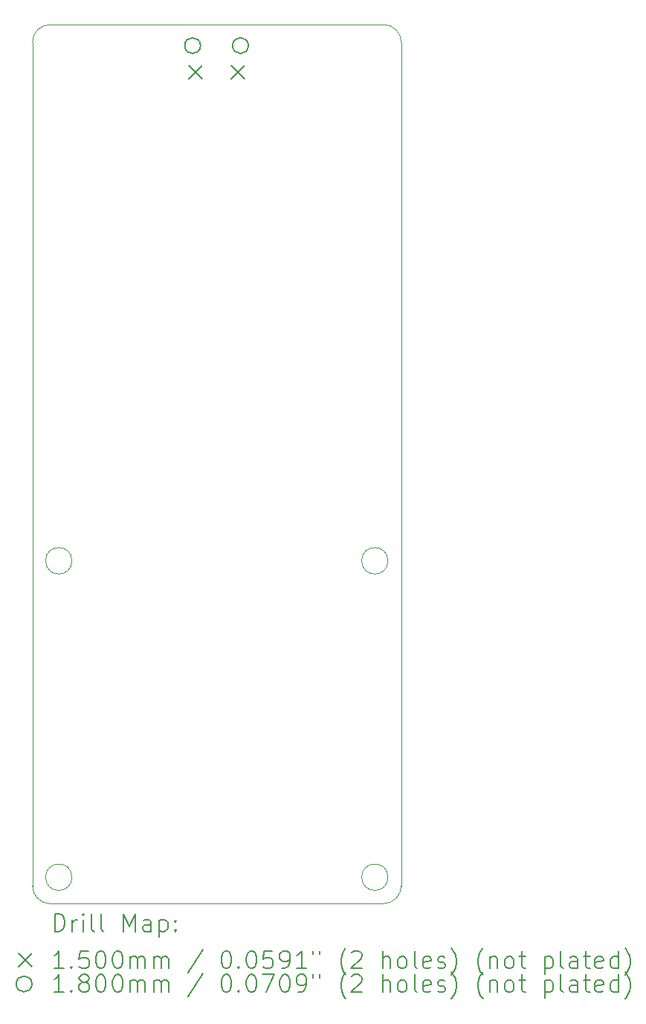
<source format=gbr>
%TF.GenerationSoftware,KiCad,Pcbnew,7.0.6-1.fc38*%
%TF.CreationDate,2023-07-24T16:31:10-04:00*%
%TF.ProjectId,driver-pcb,64726976-6572-42d7-9063-622e6b696361,rev?*%
%TF.SameCoordinates,Original*%
%TF.FileFunction,Drillmap*%
%TF.FilePolarity,Positive*%
%FSLAX45Y45*%
G04 Gerber Fmt 4.5, Leading zero omitted, Abs format (unit mm)*
G04 Created by KiCad (PCBNEW 7.0.6-1.fc38) date 2023-07-24 16:31:10*
%MOMM*%
%LPD*%
G01*
G04 APERTURE LIST*
%ADD10C,0.100000*%
%ADD11C,0.200000*%
%ADD12C,0.150000*%
%ADD13C,0.180000*%
G04 APERTURE END LIST*
D10*
X16000000Y-14600000D02*
G75*
G03*
X16200000Y-14400000I0J200000D01*
G01*
X12000000Y-14400000D02*
G75*
G03*
X12200000Y-14600000I200000J0D01*
G01*
X12200000Y-4600000D02*
G75*
G03*
X12000000Y-4800000I0J-200000D01*
G01*
X16200000Y-4800000D02*
G75*
G03*
X16000000Y-4600000I-200000J0D01*
G01*
X12200000Y-4600000D02*
X16000000Y-4600000D01*
X12000000Y-14400000D02*
X12000000Y-4800000D01*
X16000000Y-14600000D02*
X12200000Y-14600000D01*
X16200000Y-4800000D02*
X16200000Y-14400000D01*
X12450000Y-14300000D02*
G75*
G03*
X12450000Y-14300000I-150000J0D01*
G01*
X16050000Y-14300000D02*
G75*
G03*
X16050000Y-14300000I-150000J0D01*
G01*
X16050000Y-10700000D02*
G75*
G03*
X16050000Y-10700000I-150000J0D01*
G01*
X12450000Y-10700000D02*
G75*
G03*
X12450000Y-10700000I-150000J0D01*
G01*
D11*
D12*
X13779500Y-5067000D02*
X13929500Y-5217000D01*
X13929500Y-5067000D02*
X13779500Y-5217000D01*
X14264500Y-5067000D02*
X14414500Y-5217000D01*
X14414500Y-5067000D02*
X14264500Y-5217000D01*
D13*
X13914500Y-4839000D02*
G75*
G03*
X13914500Y-4839000I-90000J0D01*
G01*
X14459500Y-4839000D02*
G75*
G03*
X14459500Y-4839000I-90000J0D01*
G01*
D11*
X12255777Y-14916484D02*
X12255777Y-14716484D01*
X12255777Y-14716484D02*
X12303396Y-14716484D01*
X12303396Y-14716484D02*
X12331967Y-14726008D01*
X12331967Y-14726008D02*
X12351015Y-14745055D01*
X12351015Y-14745055D02*
X12360539Y-14764103D01*
X12360539Y-14764103D02*
X12370062Y-14802198D01*
X12370062Y-14802198D02*
X12370062Y-14830769D01*
X12370062Y-14830769D02*
X12360539Y-14868865D01*
X12360539Y-14868865D02*
X12351015Y-14887912D01*
X12351015Y-14887912D02*
X12331967Y-14906960D01*
X12331967Y-14906960D02*
X12303396Y-14916484D01*
X12303396Y-14916484D02*
X12255777Y-14916484D01*
X12455777Y-14916484D02*
X12455777Y-14783150D01*
X12455777Y-14821246D02*
X12465301Y-14802198D01*
X12465301Y-14802198D02*
X12474824Y-14792674D01*
X12474824Y-14792674D02*
X12493872Y-14783150D01*
X12493872Y-14783150D02*
X12512920Y-14783150D01*
X12579586Y-14916484D02*
X12579586Y-14783150D01*
X12579586Y-14716484D02*
X12570062Y-14726008D01*
X12570062Y-14726008D02*
X12579586Y-14735531D01*
X12579586Y-14735531D02*
X12589110Y-14726008D01*
X12589110Y-14726008D02*
X12579586Y-14716484D01*
X12579586Y-14716484D02*
X12579586Y-14735531D01*
X12703396Y-14916484D02*
X12684348Y-14906960D01*
X12684348Y-14906960D02*
X12674824Y-14887912D01*
X12674824Y-14887912D02*
X12674824Y-14716484D01*
X12808158Y-14916484D02*
X12789110Y-14906960D01*
X12789110Y-14906960D02*
X12779586Y-14887912D01*
X12779586Y-14887912D02*
X12779586Y-14716484D01*
X13036729Y-14916484D02*
X13036729Y-14716484D01*
X13036729Y-14716484D02*
X13103396Y-14859341D01*
X13103396Y-14859341D02*
X13170062Y-14716484D01*
X13170062Y-14716484D02*
X13170062Y-14916484D01*
X13351015Y-14916484D02*
X13351015Y-14811722D01*
X13351015Y-14811722D02*
X13341491Y-14792674D01*
X13341491Y-14792674D02*
X13322443Y-14783150D01*
X13322443Y-14783150D02*
X13284348Y-14783150D01*
X13284348Y-14783150D02*
X13265301Y-14792674D01*
X13351015Y-14906960D02*
X13331967Y-14916484D01*
X13331967Y-14916484D02*
X13284348Y-14916484D01*
X13284348Y-14916484D02*
X13265301Y-14906960D01*
X13265301Y-14906960D02*
X13255777Y-14887912D01*
X13255777Y-14887912D02*
X13255777Y-14868865D01*
X13255777Y-14868865D02*
X13265301Y-14849817D01*
X13265301Y-14849817D02*
X13284348Y-14840293D01*
X13284348Y-14840293D02*
X13331967Y-14840293D01*
X13331967Y-14840293D02*
X13351015Y-14830769D01*
X13446253Y-14783150D02*
X13446253Y-14983150D01*
X13446253Y-14792674D02*
X13465301Y-14783150D01*
X13465301Y-14783150D02*
X13503396Y-14783150D01*
X13503396Y-14783150D02*
X13522443Y-14792674D01*
X13522443Y-14792674D02*
X13531967Y-14802198D01*
X13531967Y-14802198D02*
X13541491Y-14821246D01*
X13541491Y-14821246D02*
X13541491Y-14878388D01*
X13541491Y-14878388D02*
X13531967Y-14897436D01*
X13531967Y-14897436D02*
X13522443Y-14906960D01*
X13522443Y-14906960D02*
X13503396Y-14916484D01*
X13503396Y-14916484D02*
X13465301Y-14916484D01*
X13465301Y-14916484D02*
X13446253Y-14906960D01*
X13627205Y-14897436D02*
X13636729Y-14906960D01*
X13636729Y-14906960D02*
X13627205Y-14916484D01*
X13627205Y-14916484D02*
X13617682Y-14906960D01*
X13617682Y-14906960D02*
X13627205Y-14897436D01*
X13627205Y-14897436D02*
X13627205Y-14916484D01*
X13627205Y-14792674D02*
X13636729Y-14802198D01*
X13636729Y-14802198D02*
X13627205Y-14811722D01*
X13627205Y-14811722D02*
X13617682Y-14802198D01*
X13617682Y-14802198D02*
X13627205Y-14792674D01*
X13627205Y-14792674D02*
X13627205Y-14811722D01*
D12*
X11845000Y-15170000D02*
X11995000Y-15320000D01*
X11995000Y-15170000D02*
X11845000Y-15320000D01*
D11*
X12360539Y-15336484D02*
X12246253Y-15336484D01*
X12303396Y-15336484D02*
X12303396Y-15136484D01*
X12303396Y-15136484D02*
X12284348Y-15165055D01*
X12284348Y-15165055D02*
X12265301Y-15184103D01*
X12265301Y-15184103D02*
X12246253Y-15193627D01*
X12446253Y-15317436D02*
X12455777Y-15326960D01*
X12455777Y-15326960D02*
X12446253Y-15336484D01*
X12446253Y-15336484D02*
X12436729Y-15326960D01*
X12436729Y-15326960D02*
X12446253Y-15317436D01*
X12446253Y-15317436D02*
X12446253Y-15336484D01*
X12636729Y-15136484D02*
X12541491Y-15136484D01*
X12541491Y-15136484D02*
X12531967Y-15231722D01*
X12531967Y-15231722D02*
X12541491Y-15222198D01*
X12541491Y-15222198D02*
X12560539Y-15212674D01*
X12560539Y-15212674D02*
X12608158Y-15212674D01*
X12608158Y-15212674D02*
X12627205Y-15222198D01*
X12627205Y-15222198D02*
X12636729Y-15231722D01*
X12636729Y-15231722D02*
X12646253Y-15250769D01*
X12646253Y-15250769D02*
X12646253Y-15298388D01*
X12646253Y-15298388D02*
X12636729Y-15317436D01*
X12636729Y-15317436D02*
X12627205Y-15326960D01*
X12627205Y-15326960D02*
X12608158Y-15336484D01*
X12608158Y-15336484D02*
X12560539Y-15336484D01*
X12560539Y-15336484D02*
X12541491Y-15326960D01*
X12541491Y-15326960D02*
X12531967Y-15317436D01*
X12770062Y-15136484D02*
X12789110Y-15136484D01*
X12789110Y-15136484D02*
X12808158Y-15146008D01*
X12808158Y-15146008D02*
X12817682Y-15155531D01*
X12817682Y-15155531D02*
X12827205Y-15174579D01*
X12827205Y-15174579D02*
X12836729Y-15212674D01*
X12836729Y-15212674D02*
X12836729Y-15260293D01*
X12836729Y-15260293D02*
X12827205Y-15298388D01*
X12827205Y-15298388D02*
X12817682Y-15317436D01*
X12817682Y-15317436D02*
X12808158Y-15326960D01*
X12808158Y-15326960D02*
X12789110Y-15336484D01*
X12789110Y-15336484D02*
X12770062Y-15336484D01*
X12770062Y-15336484D02*
X12751015Y-15326960D01*
X12751015Y-15326960D02*
X12741491Y-15317436D01*
X12741491Y-15317436D02*
X12731967Y-15298388D01*
X12731967Y-15298388D02*
X12722443Y-15260293D01*
X12722443Y-15260293D02*
X12722443Y-15212674D01*
X12722443Y-15212674D02*
X12731967Y-15174579D01*
X12731967Y-15174579D02*
X12741491Y-15155531D01*
X12741491Y-15155531D02*
X12751015Y-15146008D01*
X12751015Y-15146008D02*
X12770062Y-15136484D01*
X12960539Y-15136484D02*
X12979586Y-15136484D01*
X12979586Y-15136484D02*
X12998634Y-15146008D01*
X12998634Y-15146008D02*
X13008158Y-15155531D01*
X13008158Y-15155531D02*
X13017682Y-15174579D01*
X13017682Y-15174579D02*
X13027205Y-15212674D01*
X13027205Y-15212674D02*
X13027205Y-15260293D01*
X13027205Y-15260293D02*
X13017682Y-15298388D01*
X13017682Y-15298388D02*
X13008158Y-15317436D01*
X13008158Y-15317436D02*
X12998634Y-15326960D01*
X12998634Y-15326960D02*
X12979586Y-15336484D01*
X12979586Y-15336484D02*
X12960539Y-15336484D01*
X12960539Y-15336484D02*
X12941491Y-15326960D01*
X12941491Y-15326960D02*
X12931967Y-15317436D01*
X12931967Y-15317436D02*
X12922443Y-15298388D01*
X12922443Y-15298388D02*
X12912920Y-15260293D01*
X12912920Y-15260293D02*
X12912920Y-15212674D01*
X12912920Y-15212674D02*
X12922443Y-15174579D01*
X12922443Y-15174579D02*
X12931967Y-15155531D01*
X12931967Y-15155531D02*
X12941491Y-15146008D01*
X12941491Y-15146008D02*
X12960539Y-15136484D01*
X13112920Y-15336484D02*
X13112920Y-15203150D01*
X13112920Y-15222198D02*
X13122443Y-15212674D01*
X13122443Y-15212674D02*
X13141491Y-15203150D01*
X13141491Y-15203150D02*
X13170063Y-15203150D01*
X13170063Y-15203150D02*
X13189110Y-15212674D01*
X13189110Y-15212674D02*
X13198634Y-15231722D01*
X13198634Y-15231722D02*
X13198634Y-15336484D01*
X13198634Y-15231722D02*
X13208158Y-15212674D01*
X13208158Y-15212674D02*
X13227205Y-15203150D01*
X13227205Y-15203150D02*
X13255777Y-15203150D01*
X13255777Y-15203150D02*
X13274824Y-15212674D01*
X13274824Y-15212674D02*
X13284348Y-15231722D01*
X13284348Y-15231722D02*
X13284348Y-15336484D01*
X13379586Y-15336484D02*
X13379586Y-15203150D01*
X13379586Y-15222198D02*
X13389110Y-15212674D01*
X13389110Y-15212674D02*
X13408158Y-15203150D01*
X13408158Y-15203150D02*
X13436729Y-15203150D01*
X13436729Y-15203150D02*
X13455777Y-15212674D01*
X13455777Y-15212674D02*
X13465301Y-15231722D01*
X13465301Y-15231722D02*
X13465301Y-15336484D01*
X13465301Y-15231722D02*
X13474824Y-15212674D01*
X13474824Y-15212674D02*
X13493872Y-15203150D01*
X13493872Y-15203150D02*
X13522443Y-15203150D01*
X13522443Y-15203150D02*
X13541491Y-15212674D01*
X13541491Y-15212674D02*
X13551015Y-15231722D01*
X13551015Y-15231722D02*
X13551015Y-15336484D01*
X13941491Y-15126960D02*
X13770063Y-15384103D01*
X14198634Y-15136484D02*
X14217682Y-15136484D01*
X14217682Y-15136484D02*
X14236729Y-15146008D01*
X14236729Y-15146008D02*
X14246253Y-15155531D01*
X14246253Y-15155531D02*
X14255777Y-15174579D01*
X14255777Y-15174579D02*
X14265301Y-15212674D01*
X14265301Y-15212674D02*
X14265301Y-15260293D01*
X14265301Y-15260293D02*
X14255777Y-15298388D01*
X14255777Y-15298388D02*
X14246253Y-15317436D01*
X14246253Y-15317436D02*
X14236729Y-15326960D01*
X14236729Y-15326960D02*
X14217682Y-15336484D01*
X14217682Y-15336484D02*
X14198634Y-15336484D01*
X14198634Y-15336484D02*
X14179586Y-15326960D01*
X14179586Y-15326960D02*
X14170063Y-15317436D01*
X14170063Y-15317436D02*
X14160539Y-15298388D01*
X14160539Y-15298388D02*
X14151015Y-15260293D01*
X14151015Y-15260293D02*
X14151015Y-15212674D01*
X14151015Y-15212674D02*
X14160539Y-15174579D01*
X14160539Y-15174579D02*
X14170063Y-15155531D01*
X14170063Y-15155531D02*
X14179586Y-15146008D01*
X14179586Y-15146008D02*
X14198634Y-15136484D01*
X14351015Y-15317436D02*
X14360539Y-15326960D01*
X14360539Y-15326960D02*
X14351015Y-15336484D01*
X14351015Y-15336484D02*
X14341491Y-15326960D01*
X14341491Y-15326960D02*
X14351015Y-15317436D01*
X14351015Y-15317436D02*
X14351015Y-15336484D01*
X14484348Y-15136484D02*
X14503396Y-15136484D01*
X14503396Y-15136484D02*
X14522444Y-15146008D01*
X14522444Y-15146008D02*
X14531967Y-15155531D01*
X14531967Y-15155531D02*
X14541491Y-15174579D01*
X14541491Y-15174579D02*
X14551015Y-15212674D01*
X14551015Y-15212674D02*
X14551015Y-15260293D01*
X14551015Y-15260293D02*
X14541491Y-15298388D01*
X14541491Y-15298388D02*
X14531967Y-15317436D01*
X14531967Y-15317436D02*
X14522444Y-15326960D01*
X14522444Y-15326960D02*
X14503396Y-15336484D01*
X14503396Y-15336484D02*
X14484348Y-15336484D01*
X14484348Y-15336484D02*
X14465301Y-15326960D01*
X14465301Y-15326960D02*
X14455777Y-15317436D01*
X14455777Y-15317436D02*
X14446253Y-15298388D01*
X14446253Y-15298388D02*
X14436729Y-15260293D01*
X14436729Y-15260293D02*
X14436729Y-15212674D01*
X14436729Y-15212674D02*
X14446253Y-15174579D01*
X14446253Y-15174579D02*
X14455777Y-15155531D01*
X14455777Y-15155531D02*
X14465301Y-15146008D01*
X14465301Y-15146008D02*
X14484348Y-15136484D01*
X14731967Y-15136484D02*
X14636729Y-15136484D01*
X14636729Y-15136484D02*
X14627206Y-15231722D01*
X14627206Y-15231722D02*
X14636729Y-15222198D01*
X14636729Y-15222198D02*
X14655777Y-15212674D01*
X14655777Y-15212674D02*
X14703396Y-15212674D01*
X14703396Y-15212674D02*
X14722444Y-15222198D01*
X14722444Y-15222198D02*
X14731967Y-15231722D01*
X14731967Y-15231722D02*
X14741491Y-15250769D01*
X14741491Y-15250769D02*
X14741491Y-15298388D01*
X14741491Y-15298388D02*
X14731967Y-15317436D01*
X14731967Y-15317436D02*
X14722444Y-15326960D01*
X14722444Y-15326960D02*
X14703396Y-15336484D01*
X14703396Y-15336484D02*
X14655777Y-15336484D01*
X14655777Y-15336484D02*
X14636729Y-15326960D01*
X14636729Y-15326960D02*
X14627206Y-15317436D01*
X14836729Y-15336484D02*
X14874825Y-15336484D01*
X14874825Y-15336484D02*
X14893872Y-15326960D01*
X14893872Y-15326960D02*
X14903396Y-15317436D01*
X14903396Y-15317436D02*
X14922444Y-15288865D01*
X14922444Y-15288865D02*
X14931967Y-15250769D01*
X14931967Y-15250769D02*
X14931967Y-15174579D01*
X14931967Y-15174579D02*
X14922444Y-15155531D01*
X14922444Y-15155531D02*
X14912920Y-15146008D01*
X14912920Y-15146008D02*
X14893872Y-15136484D01*
X14893872Y-15136484D02*
X14855777Y-15136484D01*
X14855777Y-15136484D02*
X14836729Y-15146008D01*
X14836729Y-15146008D02*
X14827206Y-15155531D01*
X14827206Y-15155531D02*
X14817682Y-15174579D01*
X14817682Y-15174579D02*
X14817682Y-15222198D01*
X14817682Y-15222198D02*
X14827206Y-15241246D01*
X14827206Y-15241246D02*
X14836729Y-15250769D01*
X14836729Y-15250769D02*
X14855777Y-15260293D01*
X14855777Y-15260293D02*
X14893872Y-15260293D01*
X14893872Y-15260293D02*
X14912920Y-15250769D01*
X14912920Y-15250769D02*
X14922444Y-15241246D01*
X14922444Y-15241246D02*
X14931967Y-15222198D01*
X15122444Y-15336484D02*
X15008158Y-15336484D01*
X15065301Y-15336484D02*
X15065301Y-15136484D01*
X15065301Y-15136484D02*
X15046253Y-15165055D01*
X15046253Y-15165055D02*
X15027206Y-15184103D01*
X15027206Y-15184103D02*
X15008158Y-15193627D01*
X15198634Y-15136484D02*
X15198634Y-15174579D01*
X15274825Y-15136484D02*
X15274825Y-15174579D01*
X15570063Y-15412674D02*
X15560539Y-15403150D01*
X15560539Y-15403150D02*
X15541491Y-15374579D01*
X15541491Y-15374579D02*
X15531968Y-15355531D01*
X15531968Y-15355531D02*
X15522444Y-15326960D01*
X15522444Y-15326960D02*
X15512920Y-15279341D01*
X15512920Y-15279341D02*
X15512920Y-15241246D01*
X15512920Y-15241246D02*
X15522444Y-15193627D01*
X15522444Y-15193627D02*
X15531968Y-15165055D01*
X15531968Y-15165055D02*
X15541491Y-15146008D01*
X15541491Y-15146008D02*
X15560539Y-15117436D01*
X15560539Y-15117436D02*
X15570063Y-15107912D01*
X15636729Y-15155531D02*
X15646253Y-15146008D01*
X15646253Y-15146008D02*
X15665301Y-15136484D01*
X15665301Y-15136484D02*
X15712920Y-15136484D01*
X15712920Y-15136484D02*
X15731968Y-15146008D01*
X15731968Y-15146008D02*
X15741491Y-15155531D01*
X15741491Y-15155531D02*
X15751015Y-15174579D01*
X15751015Y-15174579D02*
X15751015Y-15193627D01*
X15751015Y-15193627D02*
X15741491Y-15222198D01*
X15741491Y-15222198D02*
X15627206Y-15336484D01*
X15627206Y-15336484D02*
X15751015Y-15336484D01*
X15989110Y-15336484D02*
X15989110Y-15136484D01*
X16074825Y-15336484D02*
X16074825Y-15231722D01*
X16074825Y-15231722D02*
X16065301Y-15212674D01*
X16065301Y-15212674D02*
X16046253Y-15203150D01*
X16046253Y-15203150D02*
X16017682Y-15203150D01*
X16017682Y-15203150D02*
X15998634Y-15212674D01*
X15998634Y-15212674D02*
X15989110Y-15222198D01*
X16198634Y-15336484D02*
X16179587Y-15326960D01*
X16179587Y-15326960D02*
X16170063Y-15317436D01*
X16170063Y-15317436D02*
X16160539Y-15298388D01*
X16160539Y-15298388D02*
X16160539Y-15241246D01*
X16160539Y-15241246D02*
X16170063Y-15222198D01*
X16170063Y-15222198D02*
X16179587Y-15212674D01*
X16179587Y-15212674D02*
X16198634Y-15203150D01*
X16198634Y-15203150D02*
X16227206Y-15203150D01*
X16227206Y-15203150D02*
X16246253Y-15212674D01*
X16246253Y-15212674D02*
X16255777Y-15222198D01*
X16255777Y-15222198D02*
X16265301Y-15241246D01*
X16265301Y-15241246D02*
X16265301Y-15298388D01*
X16265301Y-15298388D02*
X16255777Y-15317436D01*
X16255777Y-15317436D02*
X16246253Y-15326960D01*
X16246253Y-15326960D02*
X16227206Y-15336484D01*
X16227206Y-15336484D02*
X16198634Y-15336484D01*
X16379587Y-15336484D02*
X16360539Y-15326960D01*
X16360539Y-15326960D02*
X16351015Y-15307912D01*
X16351015Y-15307912D02*
X16351015Y-15136484D01*
X16531968Y-15326960D02*
X16512920Y-15336484D01*
X16512920Y-15336484D02*
X16474825Y-15336484D01*
X16474825Y-15336484D02*
X16455777Y-15326960D01*
X16455777Y-15326960D02*
X16446253Y-15307912D01*
X16446253Y-15307912D02*
X16446253Y-15231722D01*
X16446253Y-15231722D02*
X16455777Y-15212674D01*
X16455777Y-15212674D02*
X16474825Y-15203150D01*
X16474825Y-15203150D02*
X16512920Y-15203150D01*
X16512920Y-15203150D02*
X16531968Y-15212674D01*
X16531968Y-15212674D02*
X16541491Y-15231722D01*
X16541491Y-15231722D02*
X16541491Y-15250769D01*
X16541491Y-15250769D02*
X16446253Y-15269817D01*
X16617682Y-15326960D02*
X16636730Y-15336484D01*
X16636730Y-15336484D02*
X16674825Y-15336484D01*
X16674825Y-15336484D02*
X16693872Y-15326960D01*
X16693872Y-15326960D02*
X16703396Y-15307912D01*
X16703396Y-15307912D02*
X16703396Y-15298388D01*
X16703396Y-15298388D02*
X16693872Y-15279341D01*
X16693872Y-15279341D02*
X16674825Y-15269817D01*
X16674825Y-15269817D02*
X16646253Y-15269817D01*
X16646253Y-15269817D02*
X16627206Y-15260293D01*
X16627206Y-15260293D02*
X16617682Y-15241246D01*
X16617682Y-15241246D02*
X16617682Y-15231722D01*
X16617682Y-15231722D02*
X16627206Y-15212674D01*
X16627206Y-15212674D02*
X16646253Y-15203150D01*
X16646253Y-15203150D02*
X16674825Y-15203150D01*
X16674825Y-15203150D02*
X16693872Y-15212674D01*
X16770063Y-15412674D02*
X16779587Y-15403150D01*
X16779587Y-15403150D02*
X16798634Y-15374579D01*
X16798634Y-15374579D02*
X16808158Y-15355531D01*
X16808158Y-15355531D02*
X16817682Y-15326960D01*
X16817682Y-15326960D02*
X16827206Y-15279341D01*
X16827206Y-15279341D02*
X16827206Y-15241246D01*
X16827206Y-15241246D02*
X16817682Y-15193627D01*
X16817682Y-15193627D02*
X16808158Y-15165055D01*
X16808158Y-15165055D02*
X16798634Y-15146008D01*
X16798634Y-15146008D02*
X16779587Y-15117436D01*
X16779587Y-15117436D02*
X16770063Y-15107912D01*
X17131968Y-15412674D02*
X17122444Y-15403150D01*
X17122444Y-15403150D02*
X17103396Y-15374579D01*
X17103396Y-15374579D02*
X17093873Y-15355531D01*
X17093873Y-15355531D02*
X17084349Y-15326960D01*
X17084349Y-15326960D02*
X17074825Y-15279341D01*
X17074825Y-15279341D02*
X17074825Y-15241246D01*
X17074825Y-15241246D02*
X17084349Y-15193627D01*
X17084349Y-15193627D02*
X17093873Y-15165055D01*
X17093873Y-15165055D02*
X17103396Y-15146008D01*
X17103396Y-15146008D02*
X17122444Y-15117436D01*
X17122444Y-15117436D02*
X17131968Y-15107912D01*
X17208158Y-15203150D02*
X17208158Y-15336484D01*
X17208158Y-15222198D02*
X17217682Y-15212674D01*
X17217682Y-15212674D02*
X17236730Y-15203150D01*
X17236730Y-15203150D02*
X17265301Y-15203150D01*
X17265301Y-15203150D02*
X17284349Y-15212674D01*
X17284349Y-15212674D02*
X17293873Y-15231722D01*
X17293873Y-15231722D02*
X17293873Y-15336484D01*
X17417682Y-15336484D02*
X17398634Y-15326960D01*
X17398634Y-15326960D02*
X17389111Y-15317436D01*
X17389111Y-15317436D02*
X17379587Y-15298388D01*
X17379587Y-15298388D02*
X17379587Y-15241246D01*
X17379587Y-15241246D02*
X17389111Y-15222198D01*
X17389111Y-15222198D02*
X17398634Y-15212674D01*
X17398634Y-15212674D02*
X17417682Y-15203150D01*
X17417682Y-15203150D02*
X17446254Y-15203150D01*
X17446254Y-15203150D02*
X17465301Y-15212674D01*
X17465301Y-15212674D02*
X17474825Y-15222198D01*
X17474825Y-15222198D02*
X17484349Y-15241246D01*
X17484349Y-15241246D02*
X17484349Y-15298388D01*
X17484349Y-15298388D02*
X17474825Y-15317436D01*
X17474825Y-15317436D02*
X17465301Y-15326960D01*
X17465301Y-15326960D02*
X17446254Y-15336484D01*
X17446254Y-15336484D02*
X17417682Y-15336484D01*
X17541492Y-15203150D02*
X17617682Y-15203150D01*
X17570063Y-15136484D02*
X17570063Y-15307912D01*
X17570063Y-15307912D02*
X17579587Y-15326960D01*
X17579587Y-15326960D02*
X17598634Y-15336484D01*
X17598634Y-15336484D02*
X17617682Y-15336484D01*
X17836730Y-15203150D02*
X17836730Y-15403150D01*
X17836730Y-15212674D02*
X17855777Y-15203150D01*
X17855777Y-15203150D02*
X17893873Y-15203150D01*
X17893873Y-15203150D02*
X17912920Y-15212674D01*
X17912920Y-15212674D02*
X17922444Y-15222198D01*
X17922444Y-15222198D02*
X17931968Y-15241246D01*
X17931968Y-15241246D02*
X17931968Y-15298388D01*
X17931968Y-15298388D02*
X17922444Y-15317436D01*
X17922444Y-15317436D02*
X17912920Y-15326960D01*
X17912920Y-15326960D02*
X17893873Y-15336484D01*
X17893873Y-15336484D02*
X17855777Y-15336484D01*
X17855777Y-15336484D02*
X17836730Y-15326960D01*
X18046254Y-15336484D02*
X18027206Y-15326960D01*
X18027206Y-15326960D02*
X18017682Y-15307912D01*
X18017682Y-15307912D02*
X18017682Y-15136484D01*
X18208158Y-15336484D02*
X18208158Y-15231722D01*
X18208158Y-15231722D02*
X18198635Y-15212674D01*
X18198635Y-15212674D02*
X18179587Y-15203150D01*
X18179587Y-15203150D02*
X18141492Y-15203150D01*
X18141492Y-15203150D02*
X18122444Y-15212674D01*
X18208158Y-15326960D02*
X18189111Y-15336484D01*
X18189111Y-15336484D02*
X18141492Y-15336484D01*
X18141492Y-15336484D02*
X18122444Y-15326960D01*
X18122444Y-15326960D02*
X18112920Y-15307912D01*
X18112920Y-15307912D02*
X18112920Y-15288865D01*
X18112920Y-15288865D02*
X18122444Y-15269817D01*
X18122444Y-15269817D02*
X18141492Y-15260293D01*
X18141492Y-15260293D02*
X18189111Y-15260293D01*
X18189111Y-15260293D02*
X18208158Y-15250769D01*
X18274825Y-15203150D02*
X18351015Y-15203150D01*
X18303396Y-15136484D02*
X18303396Y-15307912D01*
X18303396Y-15307912D02*
X18312920Y-15326960D01*
X18312920Y-15326960D02*
X18331968Y-15336484D01*
X18331968Y-15336484D02*
X18351015Y-15336484D01*
X18493873Y-15326960D02*
X18474825Y-15336484D01*
X18474825Y-15336484D02*
X18436730Y-15336484D01*
X18436730Y-15336484D02*
X18417682Y-15326960D01*
X18417682Y-15326960D02*
X18408158Y-15307912D01*
X18408158Y-15307912D02*
X18408158Y-15231722D01*
X18408158Y-15231722D02*
X18417682Y-15212674D01*
X18417682Y-15212674D02*
X18436730Y-15203150D01*
X18436730Y-15203150D02*
X18474825Y-15203150D01*
X18474825Y-15203150D02*
X18493873Y-15212674D01*
X18493873Y-15212674D02*
X18503396Y-15231722D01*
X18503396Y-15231722D02*
X18503396Y-15250769D01*
X18503396Y-15250769D02*
X18408158Y-15269817D01*
X18674825Y-15336484D02*
X18674825Y-15136484D01*
X18674825Y-15326960D02*
X18655777Y-15336484D01*
X18655777Y-15336484D02*
X18617682Y-15336484D01*
X18617682Y-15336484D02*
X18598635Y-15326960D01*
X18598635Y-15326960D02*
X18589111Y-15317436D01*
X18589111Y-15317436D02*
X18579587Y-15298388D01*
X18579587Y-15298388D02*
X18579587Y-15241246D01*
X18579587Y-15241246D02*
X18589111Y-15222198D01*
X18589111Y-15222198D02*
X18598635Y-15212674D01*
X18598635Y-15212674D02*
X18617682Y-15203150D01*
X18617682Y-15203150D02*
X18655777Y-15203150D01*
X18655777Y-15203150D02*
X18674825Y-15212674D01*
X18751016Y-15412674D02*
X18760539Y-15403150D01*
X18760539Y-15403150D02*
X18779587Y-15374579D01*
X18779587Y-15374579D02*
X18789111Y-15355531D01*
X18789111Y-15355531D02*
X18798635Y-15326960D01*
X18798635Y-15326960D02*
X18808158Y-15279341D01*
X18808158Y-15279341D02*
X18808158Y-15241246D01*
X18808158Y-15241246D02*
X18798635Y-15193627D01*
X18798635Y-15193627D02*
X18789111Y-15165055D01*
X18789111Y-15165055D02*
X18779587Y-15146008D01*
X18779587Y-15146008D02*
X18760539Y-15117436D01*
X18760539Y-15117436D02*
X18751016Y-15107912D01*
D13*
X11995000Y-15515000D02*
G75*
G03*
X11995000Y-15515000I-90000J0D01*
G01*
D11*
X12360539Y-15606484D02*
X12246253Y-15606484D01*
X12303396Y-15606484D02*
X12303396Y-15406484D01*
X12303396Y-15406484D02*
X12284348Y-15435055D01*
X12284348Y-15435055D02*
X12265301Y-15454103D01*
X12265301Y-15454103D02*
X12246253Y-15463627D01*
X12446253Y-15587436D02*
X12455777Y-15596960D01*
X12455777Y-15596960D02*
X12446253Y-15606484D01*
X12446253Y-15606484D02*
X12436729Y-15596960D01*
X12436729Y-15596960D02*
X12446253Y-15587436D01*
X12446253Y-15587436D02*
X12446253Y-15606484D01*
X12570062Y-15492198D02*
X12551015Y-15482674D01*
X12551015Y-15482674D02*
X12541491Y-15473150D01*
X12541491Y-15473150D02*
X12531967Y-15454103D01*
X12531967Y-15454103D02*
X12531967Y-15444579D01*
X12531967Y-15444579D02*
X12541491Y-15425531D01*
X12541491Y-15425531D02*
X12551015Y-15416008D01*
X12551015Y-15416008D02*
X12570062Y-15406484D01*
X12570062Y-15406484D02*
X12608158Y-15406484D01*
X12608158Y-15406484D02*
X12627205Y-15416008D01*
X12627205Y-15416008D02*
X12636729Y-15425531D01*
X12636729Y-15425531D02*
X12646253Y-15444579D01*
X12646253Y-15444579D02*
X12646253Y-15454103D01*
X12646253Y-15454103D02*
X12636729Y-15473150D01*
X12636729Y-15473150D02*
X12627205Y-15482674D01*
X12627205Y-15482674D02*
X12608158Y-15492198D01*
X12608158Y-15492198D02*
X12570062Y-15492198D01*
X12570062Y-15492198D02*
X12551015Y-15501722D01*
X12551015Y-15501722D02*
X12541491Y-15511246D01*
X12541491Y-15511246D02*
X12531967Y-15530293D01*
X12531967Y-15530293D02*
X12531967Y-15568388D01*
X12531967Y-15568388D02*
X12541491Y-15587436D01*
X12541491Y-15587436D02*
X12551015Y-15596960D01*
X12551015Y-15596960D02*
X12570062Y-15606484D01*
X12570062Y-15606484D02*
X12608158Y-15606484D01*
X12608158Y-15606484D02*
X12627205Y-15596960D01*
X12627205Y-15596960D02*
X12636729Y-15587436D01*
X12636729Y-15587436D02*
X12646253Y-15568388D01*
X12646253Y-15568388D02*
X12646253Y-15530293D01*
X12646253Y-15530293D02*
X12636729Y-15511246D01*
X12636729Y-15511246D02*
X12627205Y-15501722D01*
X12627205Y-15501722D02*
X12608158Y-15492198D01*
X12770062Y-15406484D02*
X12789110Y-15406484D01*
X12789110Y-15406484D02*
X12808158Y-15416008D01*
X12808158Y-15416008D02*
X12817682Y-15425531D01*
X12817682Y-15425531D02*
X12827205Y-15444579D01*
X12827205Y-15444579D02*
X12836729Y-15482674D01*
X12836729Y-15482674D02*
X12836729Y-15530293D01*
X12836729Y-15530293D02*
X12827205Y-15568388D01*
X12827205Y-15568388D02*
X12817682Y-15587436D01*
X12817682Y-15587436D02*
X12808158Y-15596960D01*
X12808158Y-15596960D02*
X12789110Y-15606484D01*
X12789110Y-15606484D02*
X12770062Y-15606484D01*
X12770062Y-15606484D02*
X12751015Y-15596960D01*
X12751015Y-15596960D02*
X12741491Y-15587436D01*
X12741491Y-15587436D02*
X12731967Y-15568388D01*
X12731967Y-15568388D02*
X12722443Y-15530293D01*
X12722443Y-15530293D02*
X12722443Y-15482674D01*
X12722443Y-15482674D02*
X12731967Y-15444579D01*
X12731967Y-15444579D02*
X12741491Y-15425531D01*
X12741491Y-15425531D02*
X12751015Y-15416008D01*
X12751015Y-15416008D02*
X12770062Y-15406484D01*
X12960539Y-15406484D02*
X12979586Y-15406484D01*
X12979586Y-15406484D02*
X12998634Y-15416008D01*
X12998634Y-15416008D02*
X13008158Y-15425531D01*
X13008158Y-15425531D02*
X13017682Y-15444579D01*
X13017682Y-15444579D02*
X13027205Y-15482674D01*
X13027205Y-15482674D02*
X13027205Y-15530293D01*
X13027205Y-15530293D02*
X13017682Y-15568388D01*
X13017682Y-15568388D02*
X13008158Y-15587436D01*
X13008158Y-15587436D02*
X12998634Y-15596960D01*
X12998634Y-15596960D02*
X12979586Y-15606484D01*
X12979586Y-15606484D02*
X12960539Y-15606484D01*
X12960539Y-15606484D02*
X12941491Y-15596960D01*
X12941491Y-15596960D02*
X12931967Y-15587436D01*
X12931967Y-15587436D02*
X12922443Y-15568388D01*
X12922443Y-15568388D02*
X12912920Y-15530293D01*
X12912920Y-15530293D02*
X12912920Y-15482674D01*
X12912920Y-15482674D02*
X12922443Y-15444579D01*
X12922443Y-15444579D02*
X12931967Y-15425531D01*
X12931967Y-15425531D02*
X12941491Y-15416008D01*
X12941491Y-15416008D02*
X12960539Y-15406484D01*
X13112920Y-15606484D02*
X13112920Y-15473150D01*
X13112920Y-15492198D02*
X13122443Y-15482674D01*
X13122443Y-15482674D02*
X13141491Y-15473150D01*
X13141491Y-15473150D02*
X13170063Y-15473150D01*
X13170063Y-15473150D02*
X13189110Y-15482674D01*
X13189110Y-15482674D02*
X13198634Y-15501722D01*
X13198634Y-15501722D02*
X13198634Y-15606484D01*
X13198634Y-15501722D02*
X13208158Y-15482674D01*
X13208158Y-15482674D02*
X13227205Y-15473150D01*
X13227205Y-15473150D02*
X13255777Y-15473150D01*
X13255777Y-15473150D02*
X13274824Y-15482674D01*
X13274824Y-15482674D02*
X13284348Y-15501722D01*
X13284348Y-15501722D02*
X13284348Y-15606484D01*
X13379586Y-15606484D02*
X13379586Y-15473150D01*
X13379586Y-15492198D02*
X13389110Y-15482674D01*
X13389110Y-15482674D02*
X13408158Y-15473150D01*
X13408158Y-15473150D02*
X13436729Y-15473150D01*
X13436729Y-15473150D02*
X13455777Y-15482674D01*
X13455777Y-15482674D02*
X13465301Y-15501722D01*
X13465301Y-15501722D02*
X13465301Y-15606484D01*
X13465301Y-15501722D02*
X13474824Y-15482674D01*
X13474824Y-15482674D02*
X13493872Y-15473150D01*
X13493872Y-15473150D02*
X13522443Y-15473150D01*
X13522443Y-15473150D02*
X13541491Y-15482674D01*
X13541491Y-15482674D02*
X13551015Y-15501722D01*
X13551015Y-15501722D02*
X13551015Y-15606484D01*
X13941491Y-15396960D02*
X13770063Y-15654103D01*
X14198634Y-15406484D02*
X14217682Y-15406484D01*
X14217682Y-15406484D02*
X14236729Y-15416008D01*
X14236729Y-15416008D02*
X14246253Y-15425531D01*
X14246253Y-15425531D02*
X14255777Y-15444579D01*
X14255777Y-15444579D02*
X14265301Y-15482674D01*
X14265301Y-15482674D02*
X14265301Y-15530293D01*
X14265301Y-15530293D02*
X14255777Y-15568388D01*
X14255777Y-15568388D02*
X14246253Y-15587436D01*
X14246253Y-15587436D02*
X14236729Y-15596960D01*
X14236729Y-15596960D02*
X14217682Y-15606484D01*
X14217682Y-15606484D02*
X14198634Y-15606484D01*
X14198634Y-15606484D02*
X14179586Y-15596960D01*
X14179586Y-15596960D02*
X14170063Y-15587436D01*
X14170063Y-15587436D02*
X14160539Y-15568388D01*
X14160539Y-15568388D02*
X14151015Y-15530293D01*
X14151015Y-15530293D02*
X14151015Y-15482674D01*
X14151015Y-15482674D02*
X14160539Y-15444579D01*
X14160539Y-15444579D02*
X14170063Y-15425531D01*
X14170063Y-15425531D02*
X14179586Y-15416008D01*
X14179586Y-15416008D02*
X14198634Y-15406484D01*
X14351015Y-15587436D02*
X14360539Y-15596960D01*
X14360539Y-15596960D02*
X14351015Y-15606484D01*
X14351015Y-15606484D02*
X14341491Y-15596960D01*
X14341491Y-15596960D02*
X14351015Y-15587436D01*
X14351015Y-15587436D02*
X14351015Y-15606484D01*
X14484348Y-15406484D02*
X14503396Y-15406484D01*
X14503396Y-15406484D02*
X14522444Y-15416008D01*
X14522444Y-15416008D02*
X14531967Y-15425531D01*
X14531967Y-15425531D02*
X14541491Y-15444579D01*
X14541491Y-15444579D02*
X14551015Y-15482674D01*
X14551015Y-15482674D02*
X14551015Y-15530293D01*
X14551015Y-15530293D02*
X14541491Y-15568388D01*
X14541491Y-15568388D02*
X14531967Y-15587436D01*
X14531967Y-15587436D02*
X14522444Y-15596960D01*
X14522444Y-15596960D02*
X14503396Y-15606484D01*
X14503396Y-15606484D02*
X14484348Y-15606484D01*
X14484348Y-15606484D02*
X14465301Y-15596960D01*
X14465301Y-15596960D02*
X14455777Y-15587436D01*
X14455777Y-15587436D02*
X14446253Y-15568388D01*
X14446253Y-15568388D02*
X14436729Y-15530293D01*
X14436729Y-15530293D02*
X14436729Y-15482674D01*
X14436729Y-15482674D02*
X14446253Y-15444579D01*
X14446253Y-15444579D02*
X14455777Y-15425531D01*
X14455777Y-15425531D02*
X14465301Y-15416008D01*
X14465301Y-15416008D02*
X14484348Y-15406484D01*
X14617682Y-15406484D02*
X14751015Y-15406484D01*
X14751015Y-15406484D02*
X14665301Y-15606484D01*
X14865301Y-15406484D02*
X14884348Y-15406484D01*
X14884348Y-15406484D02*
X14903396Y-15416008D01*
X14903396Y-15416008D02*
X14912920Y-15425531D01*
X14912920Y-15425531D02*
X14922444Y-15444579D01*
X14922444Y-15444579D02*
X14931967Y-15482674D01*
X14931967Y-15482674D02*
X14931967Y-15530293D01*
X14931967Y-15530293D02*
X14922444Y-15568388D01*
X14922444Y-15568388D02*
X14912920Y-15587436D01*
X14912920Y-15587436D02*
X14903396Y-15596960D01*
X14903396Y-15596960D02*
X14884348Y-15606484D01*
X14884348Y-15606484D02*
X14865301Y-15606484D01*
X14865301Y-15606484D02*
X14846253Y-15596960D01*
X14846253Y-15596960D02*
X14836729Y-15587436D01*
X14836729Y-15587436D02*
X14827206Y-15568388D01*
X14827206Y-15568388D02*
X14817682Y-15530293D01*
X14817682Y-15530293D02*
X14817682Y-15482674D01*
X14817682Y-15482674D02*
X14827206Y-15444579D01*
X14827206Y-15444579D02*
X14836729Y-15425531D01*
X14836729Y-15425531D02*
X14846253Y-15416008D01*
X14846253Y-15416008D02*
X14865301Y-15406484D01*
X15027206Y-15606484D02*
X15065301Y-15606484D01*
X15065301Y-15606484D02*
X15084348Y-15596960D01*
X15084348Y-15596960D02*
X15093872Y-15587436D01*
X15093872Y-15587436D02*
X15112920Y-15558865D01*
X15112920Y-15558865D02*
X15122444Y-15520769D01*
X15122444Y-15520769D02*
X15122444Y-15444579D01*
X15122444Y-15444579D02*
X15112920Y-15425531D01*
X15112920Y-15425531D02*
X15103396Y-15416008D01*
X15103396Y-15416008D02*
X15084348Y-15406484D01*
X15084348Y-15406484D02*
X15046253Y-15406484D01*
X15046253Y-15406484D02*
X15027206Y-15416008D01*
X15027206Y-15416008D02*
X15017682Y-15425531D01*
X15017682Y-15425531D02*
X15008158Y-15444579D01*
X15008158Y-15444579D02*
X15008158Y-15492198D01*
X15008158Y-15492198D02*
X15017682Y-15511246D01*
X15017682Y-15511246D02*
X15027206Y-15520769D01*
X15027206Y-15520769D02*
X15046253Y-15530293D01*
X15046253Y-15530293D02*
X15084348Y-15530293D01*
X15084348Y-15530293D02*
X15103396Y-15520769D01*
X15103396Y-15520769D02*
X15112920Y-15511246D01*
X15112920Y-15511246D02*
X15122444Y-15492198D01*
X15198634Y-15406484D02*
X15198634Y-15444579D01*
X15274825Y-15406484D02*
X15274825Y-15444579D01*
X15570063Y-15682674D02*
X15560539Y-15673150D01*
X15560539Y-15673150D02*
X15541491Y-15644579D01*
X15541491Y-15644579D02*
X15531968Y-15625531D01*
X15531968Y-15625531D02*
X15522444Y-15596960D01*
X15522444Y-15596960D02*
X15512920Y-15549341D01*
X15512920Y-15549341D02*
X15512920Y-15511246D01*
X15512920Y-15511246D02*
X15522444Y-15463627D01*
X15522444Y-15463627D02*
X15531968Y-15435055D01*
X15531968Y-15435055D02*
X15541491Y-15416008D01*
X15541491Y-15416008D02*
X15560539Y-15387436D01*
X15560539Y-15387436D02*
X15570063Y-15377912D01*
X15636729Y-15425531D02*
X15646253Y-15416008D01*
X15646253Y-15416008D02*
X15665301Y-15406484D01*
X15665301Y-15406484D02*
X15712920Y-15406484D01*
X15712920Y-15406484D02*
X15731968Y-15416008D01*
X15731968Y-15416008D02*
X15741491Y-15425531D01*
X15741491Y-15425531D02*
X15751015Y-15444579D01*
X15751015Y-15444579D02*
X15751015Y-15463627D01*
X15751015Y-15463627D02*
X15741491Y-15492198D01*
X15741491Y-15492198D02*
X15627206Y-15606484D01*
X15627206Y-15606484D02*
X15751015Y-15606484D01*
X15989110Y-15606484D02*
X15989110Y-15406484D01*
X16074825Y-15606484D02*
X16074825Y-15501722D01*
X16074825Y-15501722D02*
X16065301Y-15482674D01*
X16065301Y-15482674D02*
X16046253Y-15473150D01*
X16046253Y-15473150D02*
X16017682Y-15473150D01*
X16017682Y-15473150D02*
X15998634Y-15482674D01*
X15998634Y-15482674D02*
X15989110Y-15492198D01*
X16198634Y-15606484D02*
X16179587Y-15596960D01*
X16179587Y-15596960D02*
X16170063Y-15587436D01*
X16170063Y-15587436D02*
X16160539Y-15568388D01*
X16160539Y-15568388D02*
X16160539Y-15511246D01*
X16160539Y-15511246D02*
X16170063Y-15492198D01*
X16170063Y-15492198D02*
X16179587Y-15482674D01*
X16179587Y-15482674D02*
X16198634Y-15473150D01*
X16198634Y-15473150D02*
X16227206Y-15473150D01*
X16227206Y-15473150D02*
X16246253Y-15482674D01*
X16246253Y-15482674D02*
X16255777Y-15492198D01*
X16255777Y-15492198D02*
X16265301Y-15511246D01*
X16265301Y-15511246D02*
X16265301Y-15568388D01*
X16265301Y-15568388D02*
X16255777Y-15587436D01*
X16255777Y-15587436D02*
X16246253Y-15596960D01*
X16246253Y-15596960D02*
X16227206Y-15606484D01*
X16227206Y-15606484D02*
X16198634Y-15606484D01*
X16379587Y-15606484D02*
X16360539Y-15596960D01*
X16360539Y-15596960D02*
X16351015Y-15577912D01*
X16351015Y-15577912D02*
X16351015Y-15406484D01*
X16531968Y-15596960D02*
X16512920Y-15606484D01*
X16512920Y-15606484D02*
X16474825Y-15606484D01*
X16474825Y-15606484D02*
X16455777Y-15596960D01*
X16455777Y-15596960D02*
X16446253Y-15577912D01*
X16446253Y-15577912D02*
X16446253Y-15501722D01*
X16446253Y-15501722D02*
X16455777Y-15482674D01*
X16455777Y-15482674D02*
X16474825Y-15473150D01*
X16474825Y-15473150D02*
X16512920Y-15473150D01*
X16512920Y-15473150D02*
X16531968Y-15482674D01*
X16531968Y-15482674D02*
X16541491Y-15501722D01*
X16541491Y-15501722D02*
X16541491Y-15520769D01*
X16541491Y-15520769D02*
X16446253Y-15539817D01*
X16617682Y-15596960D02*
X16636730Y-15606484D01*
X16636730Y-15606484D02*
X16674825Y-15606484D01*
X16674825Y-15606484D02*
X16693872Y-15596960D01*
X16693872Y-15596960D02*
X16703396Y-15577912D01*
X16703396Y-15577912D02*
X16703396Y-15568388D01*
X16703396Y-15568388D02*
X16693872Y-15549341D01*
X16693872Y-15549341D02*
X16674825Y-15539817D01*
X16674825Y-15539817D02*
X16646253Y-15539817D01*
X16646253Y-15539817D02*
X16627206Y-15530293D01*
X16627206Y-15530293D02*
X16617682Y-15511246D01*
X16617682Y-15511246D02*
X16617682Y-15501722D01*
X16617682Y-15501722D02*
X16627206Y-15482674D01*
X16627206Y-15482674D02*
X16646253Y-15473150D01*
X16646253Y-15473150D02*
X16674825Y-15473150D01*
X16674825Y-15473150D02*
X16693872Y-15482674D01*
X16770063Y-15682674D02*
X16779587Y-15673150D01*
X16779587Y-15673150D02*
X16798634Y-15644579D01*
X16798634Y-15644579D02*
X16808158Y-15625531D01*
X16808158Y-15625531D02*
X16817682Y-15596960D01*
X16817682Y-15596960D02*
X16827206Y-15549341D01*
X16827206Y-15549341D02*
X16827206Y-15511246D01*
X16827206Y-15511246D02*
X16817682Y-15463627D01*
X16817682Y-15463627D02*
X16808158Y-15435055D01*
X16808158Y-15435055D02*
X16798634Y-15416008D01*
X16798634Y-15416008D02*
X16779587Y-15387436D01*
X16779587Y-15387436D02*
X16770063Y-15377912D01*
X17131968Y-15682674D02*
X17122444Y-15673150D01*
X17122444Y-15673150D02*
X17103396Y-15644579D01*
X17103396Y-15644579D02*
X17093873Y-15625531D01*
X17093873Y-15625531D02*
X17084349Y-15596960D01*
X17084349Y-15596960D02*
X17074825Y-15549341D01*
X17074825Y-15549341D02*
X17074825Y-15511246D01*
X17074825Y-15511246D02*
X17084349Y-15463627D01*
X17084349Y-15463627D02*
X17093873Y-15435055D01*
X17093873Y-15435055D02*
X17103396Y-15416008D01*
X17103396Y-15416008D02*
X17122444Y-15387436D01*
X17122444Y-15387436D02*
X17131968Y-15377912D01*
X17208158Y-15473150D02*
X17208158Y-15606484D01*
X17208158Y-15492198D02*
X17217682Y-15482674D01*
X17217682Y-15482674D02*
X17236730Y-15473150D01*
X17236730Y-15473150D02*
X17265301Y-15473150D01*
X17265301Y-15473150D02*
X17284349Y-15482674D01*
X17284349Y-15482674D02*
X17293873Y-15501722D01*
X17293873Y-15501722D02*
X17293873Y-15606484D01*
X17417682Y-15606484D02*
X17398634Y-15596960D01*
X17398634Y-15596960D02*
X17389111Y-15587436D01*
X17389111Y-15587436D02*
X17379587Y-15568388D01*
X17379587Y-15568388D02*
X17379587Y-15511246D01*
X17379587Y-15511246D02*
X17389111Y-15492198D01*
X17389111Y-15492198D02*
X17398634Y-15482674D01*
X17398634Y-15482674D02*
X17417682Y-15473150D01*
X17417682Y-15473150D02*
X17446254Y-15473150D01*
X17446254Y-15473150D02*
X17465301Y-15482674D01*
X17465301Y-15482674D02*
X17474825Y-15492198D01*
X17474825Y-15492198D02*
X17484349Y-15511246D01*
X17484349Y-15511246D02*
X17484349Y-15568388D01*
X17484349Y-15568388D02*
X17474825Y-15587436D01*
X17474825Y-15587436D02*
X17465301Y-15596960D01*
X17465301Y-15596960D02*
X17446254Y-15606484D01*
X17446254Y-15606484D02*
X17417682Y-15606484D01*
X17541492Y-15473150D02*
X17617682Y-15473150D01*
X17570063Y-15406484D02*
X17570063Y-15577912D01*
X17570063Y-15577912D02*
X17579587Y-15596960D01*
X17579587Y-15596960D02*
X17598634Y-15606484D01*
X17598634Y-15606484D02*
X17617682Y-15606484D01*
X17836730Y-15473150D02*
X17836730Y-15673150D01*
X17836730Y-15482674D02*
X17855777Y-15473150D01*
X17855777Y-15473150D02*
X17893873Y-15473150D01*
X17893873Y-15473150D02*
X17912920Y-15482674D01*
X17912920Y-15482674D02*
X17922444Y-15492198D01*
X17922444Y-15492198D02*
X17931968Y-15511246D01*
X17931968Y-15511246D02*
X17931968Y-15568388D01*
X17931968Y-15568388D02*
X17922444Y-15587436D01*
X17922444Y-15587436D02*
X17912920Y-15596960D01*
X17912920Y-15596960D02*
X17893873Y-15606484D01*
X17893873Y-15606484D02*
X17855777Y-15606484D01*
X17855777Y-15606484D02*
X17836730Y-15596960D01*
X18046254Y-15606484D02*
X18027206Y-15596960D01*
X18027206Y-15596960D02*
X18017682Y-15577912D01*
X18017682Y-15577912D02*
X18017682Y-15406484D01*
X18208158Y-15606484D02*
X18208158Y-15501722D01*
X18208158Y-15501722D02*
X18198635Y-15482674D01*
X18198635Y-15482674D02*
X18179587Y-15473150D01*
X18179587Y-15473150D02*
X18141492Y-15473150D01*
X18141492Y-15473150D02*
X18122444Y-15482674D01*
X18208158Y-15596960D02*
X18189111Y-15606484D01*
X18189111Y-15606484D02*
X18141492Y-15606484D01*
X18141492Y-15606484D02*
X18122444Y-15596960D01*
X18122444Y-15596960D02*
X18112920Y-15577912D01*
X18112920Y-15577912D02*
X18112920Y-15558865D01*
X18112920Y-15558865D02*
X18122444Y-15539817D01*
X18122444Y-15539817D02*
X18141492Y-15530293D01*
X18141492Y-15530293D02*
X18189111Y-15530293D01*
X18189111Y-15530293D02*
X18208158Y-15520769D01*
X18274825Y-15473150D02*
X18351015Y-15473150D01*
X18303396Y-15406484D02*
X18303396Y-15577912D01*
X18303396Y-15577912D02*
X18312920Y-15596960D01*
X18312920Y-15596960D02*
X18331968Y-15606484D01*
X18331968Y-15606484D02*
X18351015Y-15606484D01*
X18493873Y-15596960D02*
X18474825Y-15606484D01*
X18474825Y-15606484D02*
X18436730Y-15606484D01*
X18436730Y-15606484D02*
X18417682Y-15596960D01*
X18417682Y-15596960D02*
X18408158Y-15577912D01*
X18408158Y-15577912D02*
X18408158Y-15501722D01*
X18408158Y-15501722D02*
X18417682Y-15482674D01*
X18417682Y-15482674D02*
X18436730Y-15473150D01*
X18436730Y-15473150D02*
X18474825Y-15473150D01*
X18474825Y-15473150D02*
X18493873Y-15482674D01*
X18493873Y-15482674D02*
X18503396Y-15501722D01*
X18503396Y-15501722D02*
X18503396Y-15520769D01*
X18503396Y-15520769D02*
X18408158Y-15539817D01*
X18674825Y-15606484D02*
X18674825Y-15406484D01*
X18674825Y-15596960D02*
X18655777Y-15606484D01*
X18655777Y-15606484D02*
X18617682Y-15606484D01*
X18617682Y-15606484D02*
X18598635Y-15596960D01*
X18598635Y-15596960D02*
X18589111Y-15587436D01*
X18589111Y-15587436D02*
X18579587Y-15568388D01*
X18579587Y-15568388D02*
X18579587Y-15511246D01*
X18579587Y-15511246D02*
X18589111Y-15492198D01*
X18589111Y-15492198D02*
X18598635Y-15482674D01*
X18598635Y-15482674D02*
X18617682Y-15473150D01*
X18617682Y-15473150D02*
X18655777Y-15473150D01*
X18655777Y-15473150D02*
X18674825Y-15482674D01*
X18751016Y-15682674D02*
X18760539Y-15673150D01*
X18760539Y-15673150D02*
X18779587Y-15644579D01*
X18779587Y-15644579D02*
X18789111Y-15625531D01*
X18789111Y-15625531D02*
X18798635Y-15596960D01*
X18798635Y-15596960D02*
X18808158Y-15549341D01*
X18808158Y-15549341D02*
X18808158Y-15511246D01*
X18808158Y-15511246D02*
X18798635Y-15463627D01*
X18798635Y-15463627D02*
X18789111Y-15435055D01*
X18789111Y-15435055D02*
X18779587Y-15416008D01*
X18779587Y-15416008D02*
X18760539Y-15387436D01*
X18760539Y-15387436D02*
X18751016Y-15377912D01*
M02*

</source>
